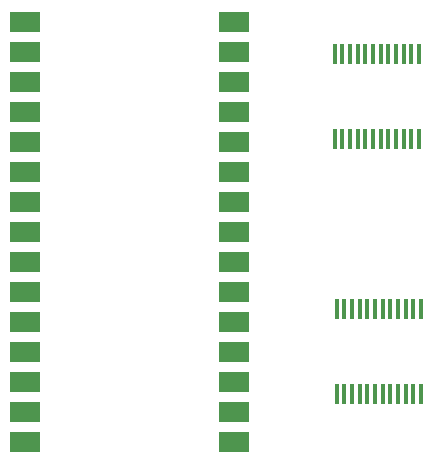
<source format=gbr>
%TF.GenerationSoftware,KiCad,Pcbnew,(6.0.7)*%
%TF.CreationDate,2022-10-28T17:52:02-04:00*%
%TF.ProjectId,double_layer_prototype1,646f7562-6c65-45f6-9c61-7965725f7072,rev?*%
%TF.SameCoordinates,Original*%
%TF.FileFunction,Soldermask,Top*%
%TF.FilePolarity,Negative*%
%FSLAX46Y46*%
G04 Gerber Fmt 4.6, Leading zero omitted, Abs format (unit mm)*
G04 Created by KiCad (PCBNEW (6.0.7)) date 2022-10-28 17:52:02*
%MOMM*%
%LPD*%
G01*
G04 APERTURE LIST*
%ADD10R,0.450000X1.750000*%
%ADD11R,2.500000X1.750000*%
G04 APERTURE END LIST*
D10*
%TO.C,U1*%
X84037000Y-113450000D03*
X83387000Y-113450000D03*
X82737000Y-113450000D03*
X82087000Y-113450000D03*
X81437000Y-113450000D03*
X80787000Y-113450000D03*
X80137000Y-113450000D03*
X79487000Y-113450000D03*
X78837000Y-113450000D03*
X78187000Y-113450000D03*
X77537000Y-113450000D03*
X76887000Y-113450000D03*
X76887000Y-120650000D03*
X77537000Y-120650000D03*
X78187000Y-120650000D03*
X78837000Y-120650000D03*
X79487000Y-120650000D03*
X80137000Y-120650000D03*
X80787000Y-120650000D03*
X81437000Y-120650000D03*
X82087000Y-120650000D03*
X82737000Y-120650000D03*
X83387000Y-120650000D03*
X84037000Y-120650000D03*
%TD*%
D11*
%TO.C,A1*%
X68323000Y-146304000D03*
X68323000Y-143764000D03*
X68323000Y-141224000D03*
X68323000Y-138684000D03*
X68323000Y-136144000D03*
X68323000Y-133604000D03*
X68323000Y-131064000D03*
X68323000Y-128524000D03*
X68323000Y-125984000D03*
X68323000Y-123444000D03*
X68323000Y-120904000D03*
X68323000Y-118364000D03*
X68323000Y-115824000D03*
X68323000Y-113284000D03*
X68323000Y-110744000D03*
X50673000Y-110744000D03*
X50673000Y-113284000D03*
X50673000Y-115824000D03*
X50673000Y-118364000D03*
X50673000Y-120904000D03*
X50673000Y-123444000D03*
X50673000Y-125984000D03*
X50673000Y-128524000D03*
X50673000Y-131064000D03*
X50673000Y-133604000D03*
X50673000Y-136144000D03*
X50673000Y-138684000D03*
X50673000Y-141224000D03*
X50673000Y-143764000D03*
X50673000Y-146304000D03*
%TD*%
D10*
%TO.C,U2*%
X84194600Y-135109400D03*
X83544600Y-135109400D03*
X82894600Y-135109400D03*
X82244600Y-135109400D03*
X81594600Y-135109400D03*
X80944600Y-135109400D03*
X80294600Y-135109400D03*
X79644600Y-135109400D03*
X78994600Y-135109400D03*
X78344600Y-135109400D03*
X77694600Y-135109400D03*
X77044600Y-135109400D03*
X77044600Y-142309400D03*
X77694600Y-142309400D03*
X78344600Y-142309400D03*
X78994600Y-142309400D03*
X79644600Y-142309400D03*
X80294600Y-142309400D03*
X80944600Y-142309400D03*
X81594600Y-142309400D03*
X82244600Y-142309400D03*
X82894600Y-142309400D03*
X83544600Y-142309400D03*
X84194600Y-142309400D03*
%TD*%
M02*

</source>
